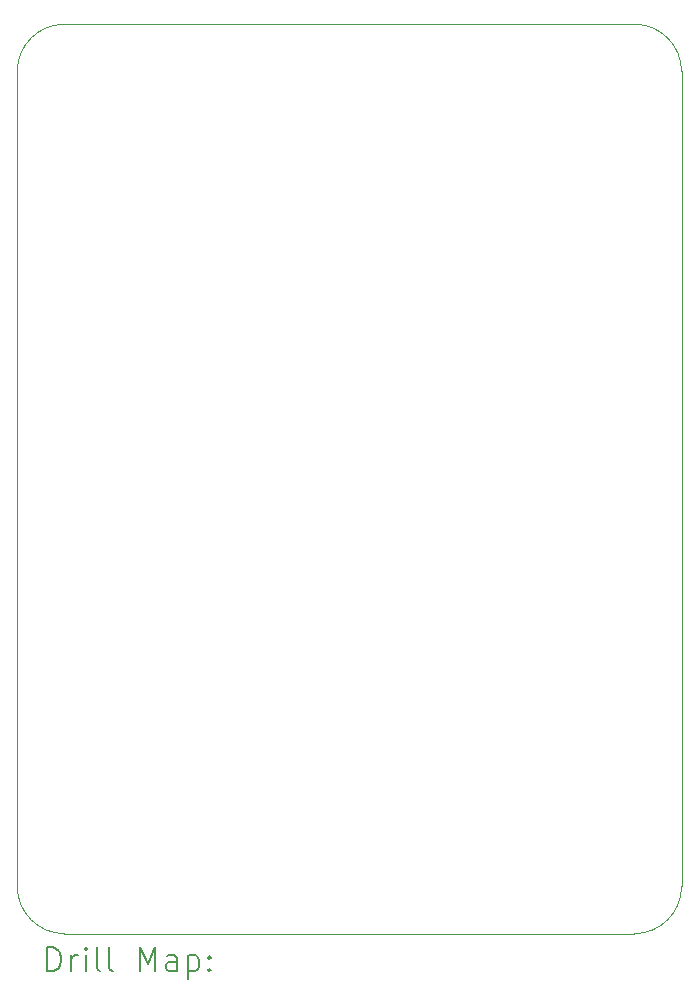
<source format=gbr>
%TF.GenerationSoftware,KiCad,Pcbnew,7.0.10+dfsg-1*%
%TF.CreationDate,2024-05-26T04:12:09+00:00*%
%TF.ProjectId,telescope,74656c65-7363-46f7-9065-2e6b69636164,rev?*%
%TF.SameCoordinates,Original*%
%TF.FileFunction,Drillmap*%
%TF.FilePolarity,Positive*%
%FSLAX45Y45*%
G04 Gerber Fmt 4.5, Leading zero omitted, Abs format (unit mm)*
G04 Created by KiCad (PCBNEW 7.0.10+dfsg-1) date 2024-05-26 04:12:09*
%MOMM*%
%LPD*%
G01*
G04 APERTURE LIST*
%ADD10C,0.100000*%
%ADD11C,0.200000*%
G04 APERTURE END LIST*
D10*
X17925000Y-8400000D02*
X17925000Y-15300000D01*
X18325000Y-8000000D02*
G75*
G03*
X17925000Y-8400000I0J-400000D01*
G01*
X17925000Y-15300000D02*
G75*
G03*
X18325000Y-15700000I400000J0D01*
G01*
X23550000Y-8400000D02*
G75*
G03*
X23150000Y-8000000I-400000J0D01*
G01*
X23550000Y-8400000D02*
X23550000Y-15300000D01*
X18325000Y-8000000D02*
X23150000Y-8000000D01*
X18325000Y-15700000D02*
X23150000Y-15700000D01*
X23150000Y-15700000D02*
G75*
G03*
X23550000Y-15300000I0J400000D01*
G01*
D11*
X18180777Y-16016484D02*
X18180777Y-15816484D01*
X18180777Y-15816484D02*
X18228396Y-15816484D01*
X18228396Y-15816484D02*
X18256967Y-15826008D01*
X18256967Y-15826008D02*
X18276015Y-15845055D01*
X18276015Y-15845055D02*
X18285539Y-15864103D01*
X18285539Y-15864103D02*
X18295063Y-15902198D01*
X18295063Y-15902198D02*
X18295063Y-15930769D01*
X18295063Y-15930769D02*
X18285539Y-15968865D01*
X18285539Y-15968865D02*
X18276015Y-15987912D01*
X18276015Y-15987912D02*
X18256967Y-16006960D01*
X18256967Y-16006960D02*
X18228396Y-16016484D01*
X18228396Y-16016484D02*
X18180777Y-16016484D01*
X18380777Y-16016484D02*
X18380777Y-15883150D01*
X18380777Y-15921246D02*
X18390301Y-15902198D01*
X18390301Y-15902198D02*
X18399824Y-15892674D01*
X18399824Y-15892674D02*
X18418872Y-15883150D01*
X18418872Y-15883150D02*
X18437920Y-15883150D01*
X18504586Y-16016484D02*
X18504586Y-15883150D01*
X18504586Y-15816484D02*
X18495063Y-15826008D01*
X18495063Y-15826008D02*
X18504586Y-15835531D01*
X18504586Y-15835531D02*
X18514110Y-15826008D01*
X18514110Y-15826008D02*
X18504586Y-15816484D01*
X18504586Y-15816484D02*
X18504586Y-15835531D01*
X18628396Y-16016484D02*
X18609348Y-16006960D01*
X18609348Y-16006960D02*
X18599824Y-15987912D01*
X18599824Y-15987912D02*
X18599824Y-15816484D01*
X18733158Y-16016484D02*
X18714110Y-16006960D01*
X18714110Y-16006960D02*
X18704586Y-15987912D01*
X18704586Y-15987912D02*
X18704586Y-15816484D01*
X18961729Y-16016484D02*
X18961729Y-15816484D01*
X18961729Y-15816484D02*
X19028396Y-15959341D01*
X19028396Y-15959341D02*
X19095063Y-15816484D01*
X19095063Y-15816484D02*
X19095063Y-16016484D01*
X19276015Y-16016484D02*
X19276015Y-15911722D01*
X19276015Y-15911722D02*
X19266491Y-15892674D01*
X19266491Y-15892674D02*
X19247444Y-15883150D01*
X19247444Y-15883150D02*
X19209348Y-15883150D01*
X19209348Y-15883150D02*
X19190301Y-15892674D01*
X19276015Y-16006960D02*
X19256967Y-16016484D01*
X19256967Y-16016484D02*
X19209348Y-16016484D01*
X19209348Y-16016484D02*
X19190301Y-16006960D01*
X19190301Y-16006960D02*
X19180777Y-15987912D01*
X19180777Y-15987912D02*
X19180777Y-15968865D01*
X19180777Y-15968865D02*
X19190301Y-15949817D01*
X19190301Y-15949817D02*
X19209348Y-15940293D01*
X19209348Y-15940293D02*
X19256967Y-15940293D01*
X19256967Y-15940293D02*
X19276015Y-15930769D01*
X19371253Y-15883150D02*
X19371253Y-16083150D01*
X19371253Y-15892674D02*
X19390301Y-15883150D01*
X19390301Y-15883150D02*
X19428396Y-15883150D01*
X19428396Y-15883150D02*
X19447444Y-15892674D01*
X19447444Y-15892674D02*
X19456967Y-15902198D01*
X19456967Y-15902198D02*
X19466491Y-15921246D01*
X19466491Y-15921246D02*
X19466491Y-15978388D01*
X19466491Y-15978388D02*
X19456967Y-15997436D01*
X19456967Y-15997436D02*
X19447444Y-16006960D01*
X19447444Y-16006960D02*
X19428396Y-16016484D01*
X19428396Y-16016484D02*
X19390301Y-16016484D01*
X19390301Y-16016484D02*
X19371253Y-16006960D01*
X19552205Y-15997436D02*
X19561729Y-16006960D01*
X19561729Y-16006960D02*
X19552205Y-16016484D01*
X19552205Y-16016484D02*
X19542682Y-16006960D01*
X19542682Y-16006960D02*
X19552205Y-15997436D01*
X19552205Y-15997436D02*
X19552205Y-16016484D01*
X19552205Y-15892674D02*
X19561729Y-15902198D01*
X19561729Y-15902198D02*
X19552205Y-15911722D01*
X19552205Y-15911722D02*
X19542682Y-15902198D01*
X19542682Y-15902198D02*
X19552205Y-15892674D01*
X19552205Y-15892674D02*
X19552205Y-15911722D01*
M02*

</source>
